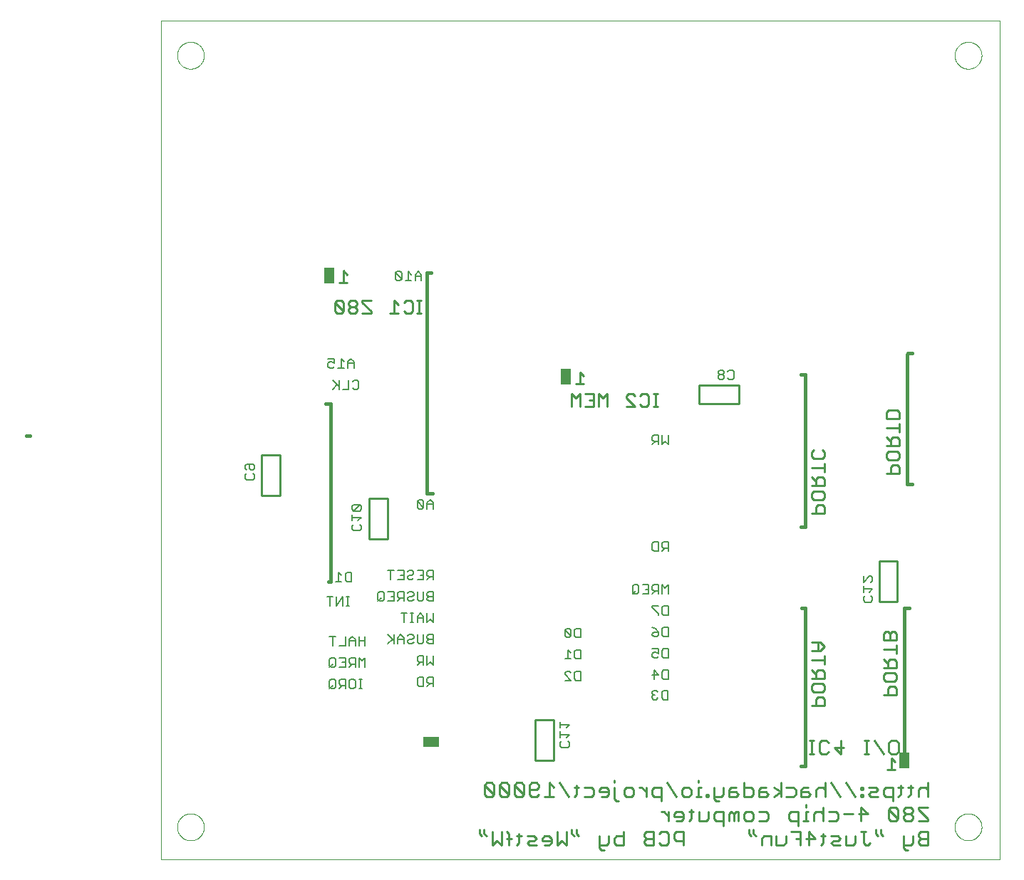
<source format=gbo>
G75*
%MOIN*%
%OFA0B0*%
%FSLAX25Y25*%
%IPPOS*%
%LPD*%
%AMOC8*
5,1,8,0,0,1.08239X$1,22.5*
%
%ADD10C,0.00000*%
%ADD11C,0.00800*%
%ADD12C,0.01100*%
%ADD13C,0.01000*%
%ADD14C,0.00700*%
%ADD15C,0.01575*%
%ADD16C,0.00600*%
%ADD17R,0.05002X0.07502*%
%ADD18R,0.07502X0.05002*%
D10*
X0064972Y0005537D02*
X0064972Y0397988D01*
X0457394Y0397988D01*
X0457394Y0005537D01*
X0064972Y0005537D01*
X0072423Y0020537D02*
X0072425Y0020695D01*
X0072431Y0020853D01*
X0072441Y0021011D01*
X0072455Y0021169D01*
X0072473Y0021326D01*
X0072494Y0021483D01*
X0072520Y0021639D01*
X0072550Y0021795D01*
X0072583Y0021950D01*
X0072621Y0022103D01*
X0072662Y0022256D01*
X0072707Y0022408D01*
X0072756Y0022559D01*
X0072809Y0022708D01*
X0072865Y0022856D01*
X0072925Y0023002D01*
X0072989Y0023147D01*
X0073057Y0023290D01*
X0073128Y0023432D01*
X0073202Y0023572D01*
X0073280Y0023709D01*
X0073362Y0023845D01*
X0073446Y0023979D01*
X0073535Y0024110D01*
X0073626Y0024239D01*
X0073721Y0024366D01*
X0073818Y0024491D01*
X0073919Y0024613D01*
X0074023Y0024732D01*
X0074130Y0024849D01*
X0074240Y0024963D01*
X0074353Y0025074D01*
X0074468Y0025183D01*
X0074586Y0025288D01*
X0074707Y0025390D01*
X0074830Y0025490D01*
X0074956Y0025586D01*
X0075084Y0025679D01*
X0075214Y0025769D01*
X0075347Y0025855D01*
X0075482Y0025939D01*
X0075618Y0026018D01*
X0075757Y0026095D01*
X0075898Y0026167D01*
X0076040Y0026237D01*
X0076184Y0026302D01*
X0076330Y0026364D01*
X0076477Y0026422D01*
X0076626Y0026477D01*
X0076776Y0026528D01*
X0076927Y0026575D01*
X0077079Y0026618D01*
X0077232Y0026657D01*
X0077387Y0026693D01*
X0077542Y0026724D01*
X0077698Y0026752D01*
X0077854Y0026776D01*
X0078011Y0026796D01*
X0078169Y0026812D01*
X0078326Y0026824D01*
X0078485Y0026832D01*
X0078643Y0026836D01*
X0078801Y0026836D01*
X0078959Y0026832D01*
X0079118Y0026824D01*
X0079275Y0026812D01*
X0079433Y0026796D01*
X0079590Y0026776D01*
X0079746Y0026752D01*
X0079902Y0026724D01*
X0080057Y0026693D01*
X0080212Y0026657D01*
X0080365Y0026618D01*
X0080517Y0026575D01*
X0080668Y0026528D01*
X0080818Y0026477D01*
X0080967Y0026422D01*
X0081114Y0026364D01*
X0081260Y0026302D01*
X0081404Y0026237D01*
X0081546Y0026167D01*
X0081687Y0026095D01*
X0081826Y0026018D01*
X0081962Y0025939D01*
X0082097Y0025855D01*
X0082230Y0025769D01*
X0082360Y0025679D01*
X0082488Y0025586D01*
X0082614Y0025490D01*
X0082737Y0025390D01*
X0082858Y0025288D01*
X0082976Y0025183D01*
X0083091Y0025074D01*
X0083204Y0024963D01*
X0083314Y0024849D01*
X0083421Y0024732D01*
X0083525Y0024613D01*
X0083626Y0024491D01*
X0083723Y0024366D01*
X0083818Y0024239D01*
X0083909Y0024110D01*
X0083998Y0023979D01*
X0084082Y0023845D01*
X0084164Y0023709D01*
X0084242Y0023572D01*
X0084316Y0023432D01*
X0084387Y0023290D01*
X0084455Y0023147D01*
X0084519Y0023002D01*
X0084579Y0022856D01*
X0084635Y0022708D01*
X0084688Y0022559D01*
X0084737Y0022408D01*
X0084782Y0022256D01*
X0084823Y0022103D01*
X0084861Y0021950D01*
X0084894Y0021795D01*
X0084924Y0021639D01*
X0084950Y0021483D01*
X0084971Y0021326D01*
X0084989Y0021169D01*
X0085003Y0021011D01*
X0085013Y0020853D01*
X0085019Y0020695D01*
X0085021Y0020537D01*
X0085019Y0020379D01*
X0085013Y0020221D01*
X0085003Y0020063D01*
X0084989Y0019905D01*
X0084971Y0019748D01*
X0084950Y0019591D01*
X0084924Y0019435D01*
X0084894Y0019279D01*
X0084861Y0019124D01*
X0084823Y0018971D01*
X0084782Y0018818D01*
X0084737Y0018666D01*
X0084688Y0018515D01*
X0084635Y0018366D01*
X0084579Y0018218D01*
X0084519Y0018072D01*
X0084455Y0017927D01*
X0084387Y0017784D01*
X0084316Y0017642D01*
X0084242Y0017502D01*
X0084164Y0017365D01*
X0084082Y0017229D01*
X0083998Y0017095D01*
X0083909Y0016964D01*
X0083818Y0016835D01*
X0083723Y0016708D01*
X0083626Y0016583D01*
X0083525Y0016461D01*
X0083421Y0016342D01*
X0083314Y0016225D01*
X0083204Y0016111D01*
X0083091Y0016000D01*
X0082976Y0015891D01*
X0082858Y0015786D01*
X0082737Y0015684D01*
X0082614Y0015584D01*
X0082488Y0015488D01*
X0082360Y0015395D01*
X0082230Y0015305D01*
X0082097Y0015219D01*
X0081962Y0015135D01*
X0081826Y0015056D01*
X0081687Y0014979D01*
X0081546Y0014907D01*
X0081404Y0014837D01*
X0081260Y0014772D01*
X0081114Y0014710D01*
X0080967Y0014652D01*
X0080818Y0014597D01*
X0080668Y0014546D01*
X0080517Y0014499D01*
X0080365Y0014456D01*
X0080212Y0014417D01*
X0080057Y0014381D01*
X0079902Y0014350D01*
X0079746Y0014322D01*
X0079590Y0014298D01*
X0079433Y0014278D01*
X0079275Y0014262D01*
X0079118Y0014250D01*
X0078959Y0014242D01*
X0078801Y0014238D01*
X0078643Y0014238D01*
X0078485Y0014242D01*
X0078326Y0014250D01*
X0078169Y0014262D01*
X0078011Y0014278D01*
X0077854Y0014298D01*
X0077698Y0014322D01*
X0077542Y0014350D01*
X0077387Y0014381D01*
X0077232Y0014417D01*
X0077079Y0014456D01*
X0076927Y0014499D01*
X0076776Y0014546D01*
X0076626Y0014597D01*
X0076477Y0014652D01*
X0076330Y0014710D01*
X0076184Y0014772D01*
X0076040Y0014837D01*
X0075898Y0014907D01*
X0075757Y0014979D01*
X0075618Y0015056D01*
X0075482Y0015135D01*
X0075347Y0015219D01*
X0075214Y0015305D01*
X0075084Y0015395D01*
X0074956Y0015488D01*
X0074830Y0015584D01*
X0074707Y0015684D01*
X0074586Y0015786D01*
X0074468Y0015891D01*
X0074353Y0016000D01*
X0074240Y0016111D01*
X0074130Y0016225D01*
X0074023Y0016342D01*
X0073919Y0016461D01*
X0073818Y0016583D01*
X0073721Y0016708D01*
X0073626Y0016835D01*
X0073535Y0016964D01*
X0073446Y0017095D01*
X0073362Y0017229D01*
X0073280Y0017365D01*
X0073202Y0017502D01*
X0073128Y0017642D01*
X0073057Y0017784D01*
X0072989Y0017927D01*
X0072925Y0018072D01*
X0072865Y0018218D01*
X0072809Y0018366D01*
X0072756Y0018515D01*
X0072707Y0018666D01*
X0072662Y0018818D01*
X0072621Y0018971D01*
X0072583Y0019124D01*
X0072550Y0019279D01*
X0072520Y0019435D01*
X0072494Y0019591D01*
X0072473Y0019748D01*
X0072455Y0019905D01*
X0072441Y0020063D01*
X0072431Y0020221D01*
X0072425Y0020379D01*
X0072423Y0020537D01*
X0436173Y0020537D02*
X0436175Y0020695D01*
X0436181Y0020853D01*
X0436191Y0021011D01*
X0436205Y0021169D01*
X0436223Y0021326D01*
X0436244Y0021483D01*
X0436270Y0021639D01*
X0436300Y0021795D01*
X0436333Y0021950D01*
X0436371Y0022103D01*
X0436412Y0022256D01*
X0436457Y0022408D01*
X0436506Y0022559D01*
X0436559Y0022708D01*
X0436615Y0022856D01*
X0436675Y0023002D01*
X0436739Y0023147D01*
X0436807Y0023290D01*
X0436878Y0023432D01*
X0436952Y0023572D01*
X0437030Y0023709D01*
X0437112Y0023845D01*
X0437196Y0023979D01*
X0437285Y0024110D01*
X0437376Y0024239D01*
X0437471Y0024366D01*
X0437568Y0024491D01*
X0437669Y0024613D01*
X0437773Y0024732D01*
X0437880Y0024849D01*
X0437990Y0024963D01*
X0438103Y0025074D01*
X0438218Y0025183D01*
X0438336Y0025288D01*
X0438457Y0025390D01*
X0438580Y0025490D01*
X0438706Y0025586D01*
X0438834Y0025679D01*
X0438964Y0025769D01*
X0439097Y0025855D01*
X0439232Y0025939D01*
X0439368Y0026018D01*
X0439507Y0026095D01*
X0439648Y0026167D01*
X0439790Y0026237D01*
X0439934Y0026302D01*
X0440080Y0026364D01*
X0440227Y0026422D01*
X0440376Y0026477D01*
X0440526Y0026528D01*
X0440677Y0026575D01*
X0440829Y0026618D01*
X0440982Y0026657D01*
X0441137Y0026693D01*
X0441292Y0026724D01*
X0441448Y0026752D01*
X0441604Y0026776D01*
X0441761Y0026796D01*
X0441919Y0026812D01*
X0442076Y0026824D01*
X0442235Y0026832D01*
X0442393Y0026836D01*
X0442551Y0026836D01*
X0442709Y0026832D01*
X0442868Y0026824D01*
X0443025Y0026812D01*
X0443183Y0026796D01*
X0443340Y0026776D01*
X0443496Y0026752D01*
X0443652Y0026724D01*
X0443807Y0026693D01*
X0443962Y0026657D01*
X0444115Y0026618D01*
X0444267Y0026575D01*
X0444418Y0026528D01*
X0444568Y0026477D01*
X0444717Y0026422D01*
X0444864Y0026364D01*
X0445010Y0026302D01*
X0445154Y0026237D01*
X0445296Y0026167D01*
X0445437Y0026095D01*
X0445576Y0026018D01*
X0445712Y0025939D01*
X0445847Y0025855D01*
X0445980Y0025769D01*
X0446110Y0025679D01*
X0446238Y0025586D01*
X0446364Y0025490D01*
X0446487Y0025390D01*
X0446608Y0025288D01*
X0446726Y0025183D01*
X0446841Y0025074D01*
X0446954Y0024963D01*
X0447064Y0024849D01*
X0447171Y0024732D01*
X0447275Y0024613D01*
X0447376Y0024491D01*
X0447473Y0024366D01*
X0447568Y0024239D01*
X0447659Y0024110D01*
X0447748Y0023979D01*
X0447832Y0023845D01*
X0447914Y0023709D01*
X0447992Y0023572D01*
X0448066Y0023432D01*
X0448137Y0023290D01*
X0448205Y0023147D01*
X0448269Y0023002D01*
X0448329Y0022856D01*
X0448385Y0022708D01*
X0448438Y0022559D01*
X0448487Y0022408D01*
X0448532Y0022256D01*
X0448573Y0022103D01*
X0448611Y0021950D01*
X0448644Y0021795D01*
X0448674Y0021639D01*
X0448700Y0021483D01*
X0448721Y0021326D01*
X0448739Y0021169D01*
X0448753Y0021011D01*
X0448763Y0020853D01*
X0448769Y0020695D01*
X0448771Y0020537D01*
X0448769Y0020379D01*
X0448763Y0020221D01*
X0448753Y0020063D01*
X0448739Y0019905D01*
X0448721Y0019748D01*
X0448700Y0019591D01*
X0448674Y0019435D01*
X0448644Y0019279D01*
X0448611Y0019124D01*
X0448573Y0018971D01*
X0448532Y0018818D01*
X0448487Y0018666D01*
X0448438Y0018515D01*
X0448385Y0018366D01*
X0448329Y0018218D01*
X0448269Y0018072D01*
X0448205Y0017927D01*
X0448137Y0017784D01*
X0448066Y0017642D01*
X0447992Y0017502D01*
X0447914Y0017365D01*
X0447832Y0017229D01*
X0447748Y0017095D01*
X0447659Y0016964D01*
X0447568Y0016835D01*
X0447473Y0016708D01*
X0447376Y0016583D01*
X0447275Y0016461D01*
X0447171Y0016342D01*
X0447064Y0016225D01*
X0446954Y0016111D01*
X0446841Y0016000D01*
X0446726Y0015891D01*
X0446608Y0015786D01*
X0446487Y0015684D01*
X0446364Y0015584D01*
X0446238Y0015488D01*
X0446110Y0015395D01*
X0445980Y0015305D01*
X0445847Y0015219D01*
X0445712Y0015135D01*
X0445576Y0015056D01*
X0445437Y0014979D01*
X0445296Y0014907D01*
X0445154Y0014837D01*
X0445010Y0014772D01*
X0444864Y0014710D01*
X0444717Y0014652D01*
X0444568Y0014597D01*
X0444418Y0014546D01*
X0444267Y0014499D01*
X0444115Y0014456D01*
X0443962Y0014417D01*
X0443807Y0014381D01*
X0443652Y0014350D01*
X0443496Y0014322D01*
X0443340Y0014298D01*
X0443183Y0014278D01*
X0443025Y0014262D01*
X0442868Y0014250D01*
X0442709Y0014242D01*
X0442551Y0014238D01*
X0442393Y0014238D01*
X0442235Y0014242D01*
X0442076Y0014250D01*
X0441919Y0014262D01*
X0441761Y0014278D01*
X0441604Y0014298D01*
X0441448Y0014322D01*
X0441292Y0014350D01*
X0441137Y0014381D01*
X0440982Y0014417D01*
X0440829Y0014456D01*
X0440677Y0014499D01*
X0440526Y0014546D01*
X0440376Y0014597D01*
X0440227Y0014652D01*
X0440080Y0014710D01*
X0439934Y0014772D01*
X0439790Y0014837D01*
X0439648Y0014907D01*
X0439507Y0014979D01*
X0439368Y0015056D01*
X0439232Y0015135D01*
X0439097Y0015219D01*
X0438964Y0015305D01*
X0438834Y0015395D01*
X0438706Y0015488D01*
X0438580Y0015584D01*
X0438457Y0015684D01*
X0438336Y0015786D01*
X0438218Y0015891D01*
X0438103Y0016000D01*
X0437990Y0016111D01*
X0437880Y0016225D01*
X0437773Y0016342D01*
X0437669Y0016461D01*
X0437568Y0016583D01*
X0437471Y0016708D01*
X0437376Y0016835D01*
X0437285Y0016964D01*
X0437196Y0017095D01*
X0437112Y0017229D01*
X0437030Y0017365D01*
X0436952Y0017502D01*
X0436878Y0017642D01*
X0436807Y0017784D01*
X0436739Y0017927D01*
X0436675Y0018072D01*
X0436615Y0018218D01*
X0436559Y0018366D01*
X0436506Y0018515D01*
X0436457Y0018666D01*
X0436412Y0018818D01*
X0436371Y0018971D01*
X0436333Y0019124D01*
X0436300Y0019279D01*
X0436270Y0019435D01*
X0436244Y0019591D01*
X0436223Y0019748D01*
X0436205Y0019905D01*
X0436191Y0020063D01*
X0436181Y0020221D01*
X0436175Y0020379D01*
X0436173Y0020537D01*
X0436173Y0381787D02*
X0436175Y0381945D01*
X0436181Y0382103D01*
X0436191Y0382261D01*
X0436205Y0382419D01*
X0436223Y0382576D01*
X0436244Y0382733D01*
X0436270Y0382889D01*
X0436300Y0383045D01*
X0436333Y0383200D01*
X0436371Y0383353D01*
X0436412Y0383506D01*
X0436457Y0383658D01*
X0436506Y0383809D01*
X0436559Y0383958D01*
X0436615Y0384106D01*
X0436675Y0384252D01*
X0436739Y0384397D01*
X0436807Y0384540D01*
X0436878Y0384682D01*
X0436952Y0384822D01*
X0437030Y0384959D01*
X0437112Y0385095D01*
X0437196Y0385229D01*
X0437285Y0385360D01*
X0437376Y0385489D01*
X0437471Y0385616D01*
X0437568Y0385741D01*
X0437669Y0385863D01*
X0437773Y0385982D01*
X0437880Y0386099D01*
X0437990Y0386213D01*
X0438103Y0386324D01*
X0438218Y0386433D01*
X0438336Y0386538D01*
X0438457Y0386640D01*
X0438580Y0386740D01*
X0438706Y0386836D01*
X0438834Y0386929D01*
X0438964Y0387019D01*
X0439097Y0387105D01*
X0439232Y0387189D01*
X0439368Y0387268D01*
X0439507Y0387345D01*
X0439648Y0387417D01*
X0439790Y0387487D01*
X0439934Y0387552D01*
X0440080Y0387614D01*
X0440227Y0387672D01*
X0440376Y0387727D01*
X0440526Y0387778D01*
X0440677Y0387825D01*
X0440829Y0387868D01*
X0440982Y0387907D01*
X0441137Y0387943D01*
X0441292Y0387974D01*
X0441448Y0388002D01*
X0441604Y0388026D01*
X0441761Y0388046D01*
X0441919Y0388062D01*
X0442076Y0388074D01*
X0442235Y0388082D01*
X0442393Y0388086D01*
X0442551Y0388086D01*
X0442709Y0388082D01*
X0442868Y0388074D01*
X0443025Y0388062D01*
X0443183Y0388046D01*
X0443340Y0388026D01*
X0443496Y0388002D01*
X0443652Y0387974D01*
X0443807Y0387943D01*
X0443962Y0387907D01*
X0444115Y0387868D01*
X0444267Y0387825D01*
X0444418Y0387778D01*
X0444568Y0387727D01*
X0444717Y0387672D01*
X0444864Y0387614D01*
X0445010Y0387552D01*
X0445154Y0387487D01*
X0445296Y0387417D01*
X0445437Y0387345D01*
X0445576Y0387268D01*
X0445712Y0387189D01*
X0445847Y0387105D01*
X0445980Y0387019D01*
X0446110Y0386929D01*
X0446238Y0386836D01*
X0446364Y0386740D01*
X0446487Y0386640D01*
X0446608Y0386538D01*
X0446726Y0386433D01*
X0446841Y0386324D01*
X0446954Y0386213D01*
X0447064Y0386099D01*
X0447171Y0385982D01*
X0447275Y0385863D01*
X0447376Y0385741D01*
X0447473Y0385616D01*
X0447568Y0385489D01*
X0447659Y0385360D01*
X0447748Y0385229D01*
X0447832Y0385095D01*
X0447914Y0384959D01*
X0447992Y0384822D01*
X0448066Y0384682D01*
X0448137Y0384540D01*
X0448205Y0384397D01*
X0448269Y0384252D01*
X0448329Y0384106D01*
X0448385Y0383958D01*
X0448438Y0383809D01*
X0448487Y0383658D01*
X0448532Y0383506D01*
X0448573Y0383353D01*
X0448611Y0383200D01*
X0448644Y0383045D01*
X0448674Y0382889D01*
X0448700Y0382733D01*
X0448721Y0382576D01*
X0448739Y0382419D01*
X0448753Y0382261D01*
X0448763Y0382103D01*
X0448769Y0381945D01*
X0448771Y0381787D01*
X0448769Y0381629D01*
X0448763Y0381471D01*
X0448753Y0381313D01*
X0448739Y0381155D01*
X0448721Y0380998D01*
X0448700Y0380841D01*
X0448674Y0380685D01*
X0448644Y0380529D01*
X0448611Y0380374D01*
X0448573Y0380221D01*
X0448532Y0380068D01*
X0448487Y0379916D01*
X0448438Y0379765D01*
X0448385Y0379616D01*
X0448329Y0379468D01*
X0448269Y0379322D01*
X0448205Y0379177D01*
X0448137Y0379034D01*
X0448066Y0378892D01*
X0447992Y0378752D01*
X0447914Y0378615D01*
X0447832Y0378479D01*
X0447748Y0378345D01*
X0447659Y0378214D01*
X0447568Y0378085D01*
X0447473Y0377958D01*
X0447376Y0377833D01*
X0447275Y0377711D01*
X0447171Y0377592D01*
X0447064Y0377475D01*
X0446954Y0377361D01*
X0446841Y0377250D01*
X0446726Y0377141D01*
X0446608Y0377036D01*
X0446487Y0376934D01*
X0446364Y0376834D01*
X0446238Y0376738D01*
X0446110Y0376645D01*
X0445980Y0376555D01*
X0445847Y0376469D01*
X0445712Y0376385D01*
X0445576Y0376306D01*
X0445437Y0376229D01*
X0445296Y0376157D01*
X0445154Y0376087D01*
X0445010Y0376022D01*
X0444864Y0375960D01*
X0444717Y0375902D01*
X0444568Y0375847D01*
X0444418Y0375796D01*
X0444267Y0375749D01*
X0444115Y0375706D01*
X0443962Y0375667D01*
X0443807Y0375631D01*
X0443652Y0375600D01*
X0443496Y0375572D01*
X0443340Y0375548D01*
X0443183Y0375528D01*
X0443025Y0375512D01*
X0442868Y0375500D01*
X0442709Y0375492D01*
X0442551Y0375488D01*
X0442393Y0375488D01*
X0442235Y0375492D01*
X0442076Y0375500D01*
X0441919Y0375512D01*
X0441761Y0375528D01*
X0441604Y0375548D01*
X0441448Y0375572D01*
X0441292Y0375600D01*
X0441137Y0375631D01*
X0440982Y0375667D01*
X0440829Y0375706D01*
X0440677Y0375749D01*
X0440526Y0375796D01*
X0440376Y0375847D01*
X0440227Y0375902D01*
X0440080Y0375960D01*
X0439934Y0376022D01*
X0439790Y0376087D01*
X0439648Y0376157D01*
X0439507Y0376229D01*
X0439368Y0376306D01*
X0439232Y0376385D01*
X0439097Y0376469D01*
X0438964Y0376555D01*
X0438834Y0376645D01*
X0438706Y0376738D01*
X0438580Y0376834D01*
X0438457Y0376934D01*
X0438336Y0377036D01*
X0438218Y0377141D01*
X0438103Y0377250D01*
X0437990Y0377361D01*
X0437880Y0377475D01*
X0437773Y0377592D01*
X0437669Y0377711D01*
X0437568Y0377833D01*
X0437471Y0377958D01*
X0437376Y0378085D01*
X0437285Y0378214D01*
X0437196Y0378345D01*
X0437112Y0378479D01*
X0437030Y0378615D01*
X0436952Y0378752D01*
X0436878Y0378892D01*
X0436807Y0379034D01*
X0436739Y0379177D01*
X0436675Y0379322D01*
X0436615Y0379468D01*
X0436559Y0379616D01*
X0436506Y0379765D01*
X0436457Y0379916D01*
X0436412Y0380068D01*
X0436371Y0380221D01*
X0436333Y0380374D01*
X0436300Y0380529D01*
X0436270Y0380685D01*
X0436244Y0380841D01*
X0436223Y0380998D01*
X0436205Y0381155D01*
X0436191Y0381313D01*
X0436181Y0381471D01*
X0436175Y0381629D01*
X0436173Y0381787D01*
X0072423Y0381787D02*
X0072425Y0381945D01*
X0072431Y0382103D01*
X0072441Y0382261D01*
X0072455Y0382419D01*
X0072473Y0382576D01*
X0072494Y0382733D01*
X0072520Y0382889D01*
X0072550Y0383045D01*
X0072583Y0383200D01*
X0072621Y0383353D01*
X0072662Y0383506D01*
X0072707Y0383658D01*
X0072756Y0383809D01*
X0072809Y0383958D01*
X0072865Y0384106D01*
X0072925Y0384252D01*
X0072989Y0384397D01*
X0073057Y0384540D01*
X0073128Y0384682D01*
X0073202Y0384822D01*
X0073280Y0384959D01*
X0073362Y0385095D01*
X0073446Y0385229D01*
X0073535Y0385360D01*
X0073626Y0385489D01*
X0073721Y0385616D01*
X0073818Y0385741D01*
X0073919Y0385863D01*
X0074023Y0385982D01*
X0074130Y0386099D01*
X0074240Y0386213D01*
X0074353Y0386324D01*
X0074468Y0386433D01*
X0074586Y0386538D01*
X0074707Y0386640D01*
X0074830Y0386740D01*
X0074956Y0386836D01*
X0075084Y0386929D01*
X0075214Y0387019D01*
X0075347Y0387105D01*
X0075482Y0387189D01*
X0075618Y0387268D01*
X0075757Y0387345D01*
X0075898Y0387417D01*
X0076040Y0387487D01*
X0076184Y0387552D01*
X0076330Y0387614D01*
X0076477Y0387672D01*
X0076626Y0387727D01*
X0076776Y0387778D01*
X0076927Y0387825D01*
X0077079Y0387868D01*
X0077232Y0387907D01*
X0077387Y0387943D01*
X0077542Y0387974D01*
X0077698Y0388002D01*
X0077854Y0388026D01*
X0078011Y0388046D01*
X0078169Y0388062D01*
X0078326Y0388074D01*
X0078485Y0388082D01*
X0078643Y0388086D01*
X0078801Y0388086D01*
X0078959Y0388082D01*
X0079118Y0388074D01*
X0079275Y0388062D01*
X0079433Y0388046D01*
X0079590Y0388026D01*
X0079746Y0388002D01*
X0079902Y0387974D01*
X0080057Y0387943D01*
X0080212Y0387907D01*
X0080365Y0387868D01*
X0080517Y0387825D01*
X0080668Y0387778D01*
X0080818Y0387727D01*
X0080967Y0387672D01*
X0081114Y0387614D01*
X0081260Y0387552D01*
X0081404Y0387487D01*
X0081546Y0387417D01*
X0081687Y0387345D01*
X0081826Y0387268D01*
X0081962Y0387189D01*
X0082097Y0387105D01*
X0082230Y0387019D01*
X0082360Y0386929D01*
X0082488Y0386836D01*
X0082614Y0386740D01*
X0082737Y0386640D01*
X0082858Y0386538D01*
X0082976Y0386433D01*
X0083091Y0386324D01*
X0083204Y0386213D01*
X0083314Y0386099D01*
X0083421Y0385982D01*
X0083525Y0385863D01*
X0083626Y0385741D01*
X0083723Y0385616D01*
X0083818Y0385489D01*
X0083909Y0385360D01*
X0083998Y0385229D01*
X0084082Y0385095D01*
X0084164Y0384959D01*
X0084242Y0384822D01*
X0084316Y0384682D01*
X0084387Y0384540D01*
X0084455Y0384397D01*
X0084519Y0384252D01*
X0084579Y0384106D01*
X0084635Y0383958D01*
X0084688Y0383809D01*
X0084737Y0383658D01*
X0084782Y0383506D01*
X0084823Y0383353D01*
X0084861Y0383200D01*
X0084894Y0383045D01*
X0084924Y0382889D01*
X0084950Y0382733D01*
X0084971Y0382576D01*
X0084989Y0382419D01*
X0085003Y0382261D01*
X0085013Y0382103D01*
X0085019Y0381945D01*
X0085021Y0381787D01*
X0085019Y0381629D01*
X0085013Y0381471D01*
X0085003Y0381313D01*
X0084989Y0381155D01*
X0084971Y0380998D01*
X0084950Y0380841D01*
X0084924Y0380685D01*
X0084894Y0380529D01*
X0084861Y0380374D01*
X0084823Y0380221D01*
X0084782Y0380068D01*
X0084737Y0379916D01*
X0084688Y0379765D01*
X0084635Y0379616D01*
X0084579Y0379468D01*
X0084519Y0379322D01*
X0084455Y0379177D01*
X0084387Y0379034D01*
X0084316Y0378892D01*
X0084242Y0378752D01*
X0084164Y0378615D01*
X0084082Y0378479D01*
X0083998Y0378345D01*
X0083909Y0378214D01*
X0083818Y0378085D01*
X0083723Y0377958D01*
X0083626Y0377833D01*
X0083525Y0377711D01*
X0083421Y0377592D01*
X0083314Y0377475D01*
X0083204Y0377361D01*
X0083091Y0377250D01*
X0082976Y0377141D01*
X0082858Y0377036D01*
X0082737Y0376934D01*
X0082614Y0376834D01*
X0082488Y0376738D01*
X0082360Y0376645D01*
X0082230Y0376555D01*
X0082097Y0376469D01*
X0081962Y0376385D01*
X0081826Y0376306D01*
X0081687Y0376229D01*
X0081546Y0376157D01*
X0081404Y0376087D01*
X0081260Y0376022D01*
X0081114Y0375960D01*
X0080967Y0375902D01*
X0080818Y0375847D01*
X0080668Y0375796D01*
X0080517Y0375749D01*
X0080365Y0375706D01*
X0080212Y0375667D01*
X0080057Y0375631D01*
X0079902Y0375600D01*
X0079746Y0375572D01*
X0079590Y0375548D01*
X0079433Y0375528D01*
X0079275Y0375512D01*
X0079118Y0375500D01*
X0078959Y0375492D01*
X0078801Y0375488D01*
X0078643Y0375488D01*
X0078485Y0375492D01*
X0078326Y0375500D01*
X0078169Y0375512D01*
X0078011Y0375528D01*
X0077854Y0375548D01*
X0077698Y0375572D01*
X0077542Y0375600D01*
X0077387Y0375631D01*
X0077232Y0375667D01*
X0077079Y0375706D01*
X0076927Y0375749D01*
X0076776Y0375796D01*
X0076626Y0375847D01*
X0076477Y0375902D01*
X0076330Y0375960D01*
X0076184Y0376022D01*
X0076040Y0376087D01*
X0075898Y0376157D01*
X0075757Y0376229D01*
X0075618Y0376306D01*
X0075482Y0376385D01*
X0075347Y0376469D01*
X0075214Y0376555D01*
X0075084Y0376645D01*
X0074956Y0376738D01*
X0074830Y0376834D01*
X0074707Y0376934D01*
X0074586Y0377036D01*
X0074468Y0377141D01*
X0074353Y0377250D01*
X0074240Y0377361D01*
X0074130Y0377475D01*
X0074023Y0377592D01*
X0073919Y0377711D01*
X0073818Y0377833D01*
X0073721Y0377958D01*
X0073626Y0378085D01*
X0073535Y0378214D01*
X0073446Y0378345D01*
X0073362Y0378479D01*
X0073280Y0378615D01*
X0073202Y0378752D01*
X0073128Y0378892D01*
X0073057Y0379034D01*
X0072989Y0379177D01*
X0072925Y0379322D01*
X0072865Y0379468D01*
X0072809Y0379616D01*
X0072756Y0379765D01*
X0072707Y0379916D01*
X0072662Y0380068D01*
X0072621Y0380221D01*
X0072583Y0380374D01*
X0072550Y0380529D01*
X0072520Y0380685D01*
X0072494Y0380841D01*
X0072473Y0380998D01*
X0072455Y0381155D01*
X0072441Y0381313D01*
X0072431Y0381471D01*
X0072425Y0381629D01*
X0072423Y0381787D01*
D11*
X0294743Y0203252D02*
X0294743Y0201851D01*
X0295443Y0201151D01*
X0297545Y0201151D01*
X0296144Y0201151D02*
X0294743Y0199749D01*
X0297545Y0199749D02*
X0297545Y0203953D01*
X0295443Y0203953D01*
X0294743Y0203252D01*
X0299347Y0203953D02*
X0299347Y0199749D01*
X0300748Y0201151D01*
X0302149Y0199749D01*
X0302149Y0203953D01*
X0302149Y0153937D02*
X0300047Y0153937D01*
X0299347Y0153236D01*
X0299347Y0151835D01*
X0300047Y0151135D01*
X0302149Y0151135D01*
X0300748Y0151135D02*
X0299347Y0149733D01*
X0297545Y0149733D02*
X0295443Y0149733D01*
X0294743Y0150434D01*
X0294743Y0153236D01*
X0295443Y0153937D01*
X0297545Y0153937D01*
X0297545Y0149733D01*
X0302149Y0149733D02*
X0302149Y0153937D01*
X0302149Y0133931D02*
X0300748Y0132529D01*
X0299347Y0133931D01*
X0299347Y0129727D01*
X0297545Y0129727D02*
X0297545Y0133931D01*
X0295443Y0133931D01*
X0294743Y0133230D01*
X0294743Y0131829D01*
X0295443Y0131128D01*
X0297545Y0131128D01*
X0296144Y0131128D02*
X0294743Y0129727D01*
X0292941Y0129727D02*
X0290139Y0129727D01*
X0288337Y0130428D02*
X0287637Y0129727D01*
X0286236Y0129727D01*
X0285535Y0130428D01*
X0285535Y0133230D01*
X0286236Y0133931D01*
X0287637Y0133931D01*
X0288337Y0133230D01*
X0288337Y0130428D01*
X0286936Y0131128D02*
X0285535Y0129727D01*
X0290139Y0133931D02*
X0292941Y0133931D01*
X0292941Y0129727D01*
X0292941Y0131829D02*
X0291540Y0131829D01*
X0294743Y0123927D02*
X0294743Y0123227D01*
X0297545Y0120424D01*
X0297545Y0119724D01*
X0299347Y0120424D02*
X0300047Y0119724D01*
X0302149Y0119724D01*
X0302149Y0123927D01*
X0300047Y0123927D01*
X0299347Y0123227D01*
X0299347Y0120424D01*
X0297545Y0123927D02*
X0294743Y0123927D01*
X0302149Y0129727D02*
X0302149Y0133931D01*
X0302149Y0113924D02*
X0300047Y0113924D01*
X0299347Y0113224D01*
X0299347Y0110421D01*
X0300047Y0109721D01*
X0302149Y0109721D01*
X0302149Y0113924D01*
X0297545Y0111822D02*
X0297545Y0110421D01*
X0296845Y0109721D01*
X0295443Y0109721D01*
X0294743Y0110421D01*
X0294743Y0111122D01*
X0295443Y0111822D01*
X0297545Y0111822D01*
X0296144Y0113224D01*
X0294743Y0113924D01*
X0294743Y0103921D02*
X0297545Y0103921D01*
X0297545Y0101819D01*
X0296144Y0102520D01*
X0295443Y0102520D01*
X0294743Y0101819D01*
X0294743Y0100418D01*
X0295443Y0099717D01*
X0296845Y0099717D01*
X0297545Y0100418D01*
X0299347Y0100418D02*
X0299347Y0103220D01*
X0300047Y0103921D01*
X0302149Y0103921D01*
X0302149Y0099717D01*
X0300047Y0099717D01*
X0299347Y0100418D01*
X0300047Y0093918D02*
X0302149Y0093918D01*
X0302149Y0089714D01*
X0300047Y0089714D01*
X0299347Y0090415D01*
X0299347Y0093217D01*
X0300047Y0093918D01*
X0297545Y0091816D02*
X0294743Y0091816D01*
X0295443Y0093918D02*
X0297545Y0091816D01*
X0295443Y0089714D02*
X0295443Y0093918D01*
X0295280Y0084425D02*
X0294579Y0083724D01*
X0294579Y0083023D01*
X0295280Y0082323D01*
X0294579Y0081622D01*
X0294579Y0080922D01*
X0295280Y0080221D01*
X0296681Y0080221D01*
X0297382Y0080922D01*
X0299183Y0080922D02*
X0299183Y0083724D01*
X0299884Y0084425D01*
X0301986Y0084425D01*
X0301986Y0080221D01*
X0299884Y0080221D01*
X0299183Y0080922D01*
X0297382Y0083724D02*
X0296681Y0084425D01*
X0295280Y0084425D01*
X0295280Y0082323D02*
X0295980Y0082323D01*
X0261177Y0089219D02*
X0259076Y0089219D01*
X0258375Y0089919D01*
X0258375Y0092721D01*
X0259076Y0093422D01*
X0261177Y0093422D01*
X0261177Y0089219D01*
X0256573Y0089219D02*
X0253771Y0092021D01*
X0253771Y0092721D01*
X0254472Y0093422D01*
X0255873Y0093422D01*
X0256573Y0092721D01*
X0256573Y0089219D02*
X0253771Y0089219D01*
X0253771Y0099231D02*
X0256573Y0099231D01*
X0255172Y0099231D02*
X0255172Y0103435D01*
X0256573Y0102034D01*
X0258375Y0102734D02*
X0259076Y0103435D01*
X0261177Y0103435D01*
X0261177Y0099231D01*
X0259076Y0099231D01*
X0258375Y0099932D01*
X0258375Y0102734D01*
X0259076Y0109231D02*
X0258375Y0109932D01*
X0258375Y0112734D01*
X0259076Y0113435D01*
X0261177Y0113435D01*
X0261177Y0109231D01*
X0259076Y0109231D01*
X0256573Y0109932D02*
X0253771Y0112734D01*
X0253771Y0109932D01*
X0254472Y0109231D01*
X0255873Y0109231D01*
X0256573Y0109932D01*
X0256573Y0112734D01*
X0255873Y0113435D01*
X0254472Y0113435D01*
X0253771Y0112734D01*
D12*
X0276776Y0042327D02*
X0276776Y0041243D01*
X0276776Y0039074D02*
X0276776Y0033653D01*
X0277861Y0032569D01*
X0278945Y0032569D01*
X0281606Y0035822D02*
X0281606Y0037990D01*
X0282690Y0039074D01*
X0284859Y0039074D01*
X0285943Y0037990D01*
X0285943Y0035822D01*
X0284859Y0034737D01*
X0282690Y0034737D01*
X0281606Y0035822D01*
X0288522Y0039074D02*
X0289606Y0039074D01*
X0291774Y0036906D01*
X0291774Y0039074D02*
X0291774Y0034737D01*
X0294435Y0035822D02*
X0295520Y0034737D01*
X0298772Y0034737D01*
X0298772Y0032569D02*
X0298772Y0039074D01*
X0295520Y0039074D01*
X0294435Y0037990D01*
X0294435Y0035822D01*
X0301433Y0041243D02*
X0305770Y0034737D01*
X0308431Y0035822D02*
X0308431Y0037990D01*
X0309516Y0039074D01*
X0311684Y0039074D01*
X0312768Y0037990D01*
X0312768Y0035822D01*
X0311684Y0034737D01*
X0309516Y0034737D01*
X0308431Y0035822D01*
X0315265Y0034737D02*
X0317434Y0034737D01*
X0316349Y0034737D02*
X0316349Y0039074D01*
X0317434Y0039074D01*
X0316349Y0041243D02*
X0316349Y0042327D01*
X0323594Y0039074D02*
X0323594Y0033653D01*
X0324678Y0032569D01*
X0325762Y0032569D01*
X0326846Y0034737D02*
X0323594Y0034737D01*
X0320933Y0034737D02*
X0319848Y0034737D01*
X0319848Y0035822D01*
X0320933Y0035822D01*
X0320933Y0034737D01*
X0326846Y0034737D02*
X0327931Y0035822D01*
X0327931Y0039074D01*
X0330592Y0037990D02*
X0330592Y0034737D01*
X0333844Y0034737D01*
X0334929Y0035822D01*
X0333844Y0036906D01*
X0330592Y0036906D01*
X0330592Y0037990D02*
X0331676Y0039074D01*
X0333844Y0039074D01*
X0337589Y0039074D02*
X0340842Y0039074D01*
X0341927Y0037990D01*
X0341927Y0035822D01*
X0340842Y0034737D01*
X0337589Y0034737D01*
X0337589Y0041243D01*
X0344587Y0037990D02*
X0344587Y0034737D01*
X0347840Y0034737D01*
X0348924Y0035822D01*
X0347840Y0036906D01*
X0344587Y0036906D01*
X0344587Y0037990D02*
X0345672Y0039074D01*
X0347840Y0039074D01*
X0351503Y0039074D02*
X0354756Y0036906D01*
X0351503Y0034737D01*
X0354756Y0034737D02*
X0354756Y0041243D01*
X0357417Y0039074D02*
X0360670Y0039074D01*
X0361754Y0037990D01*
X0361754Y0035822D01*
X0360670Y0034737D01*
X0357417Y0034737D01*
X0364415Y0034737D02*
X0367668Y0034737D01*
X0368752Y0035822D01*
X0367668Y0036906D01*
X0364415Y0036906D01*
X0364415Y0037990D02*
X0364415Y0034737D01*
X0364415Y0037990D02*
X0365499Y0039074D01*
X0367668Y0039074D01*
X0371413Y0037990D02*
X0371413Y0034737D01*
X0371413Y0037990D02*
X0372497Y0039074D01*
X0374666Y0039074D01*
X0375750Y0037990D01*
X0375750Y0041243D02*
X0375750Y0034737D01*
X0374584Y0029843D02*
X0374584Y0023337D01*
X0377245Y0023337D02*
X0380497Y0023337D01*
X0381582Y0024422D01*
X0381582Y0026590D01*
X0380497Y0027674D01*
X0377245Y0027674D01*
X0374584Y0026590D02*
X0373499Y0027674D01*
X0371331Y0027674D01*
X0370247Y0026590D01*
X0370247Y0023337D01*
X0367586Y0023337D02*
X0365417Y0023337D01*
X0366501Y0023337D02*
X0366501Y0027674D01*
X0367586Y0027674D01*
X0366501Y0029843D02*
X0366501Y0030927D01*
X0362920Y0027674D02*
X0359668Y0027674D01*
X0358583Y0026590D01*
X0358583Y0024422D01*
X0359668Y0023337D01*
X0362920Y0023337D01*
X0362920Y0021169D02*
X0362920Y0027674D01*
X0364087Y0018443D02*
X0359750Y0018443D01*
X0357089Y0016274D02*
X0357089Y0013022D01*
X0356005Y0011937D01*
X0352752Y0011937D01*
X0352752Y0016274D01*
X0350091Y0016274D02*
X0346838Y0016274D01*
X0345754Y0015190D01*
X0345754Y0011937D01*
X0350091Y0011937D02*
X0350091Y0016274D01*
X0343093Y0016274D02*
X0342009Y0017359D01*
X0342009Y0019527D01*
X0339840Y0019527D02*
X0339840Y0017359D01*
X0340924Y0016274D01*
X0340842Y0023337D02*
X0338674Y0023337D01*
X0337589Y0024422D01*
X0337589Y0026590D01*
X0338674Y0027674D01*
X0340842Y0027674D01*
X0341927Y0026590D01*
X0341927Y0024422D01*
X0340842Y0023337D01*
X0344587Y0023337D02*
X0347840Y0023337D01*
X0348924Y0024422D01*
X0348924Y0026590D01*
X0347840Y0027674D01*
X0344587Y0027674D01*
X0334929Y0027674D02*
X0334929Y0023337D01*
X0332760Y0023337D02*
X0332760Y0026590D01*
X0331676Y0027674D01*
X0330592Y0026590D01*
X0330592Y0023337D01*
X0327931Y0023337D02*
X0324678Y0023337D01*
X0323594Y0024422D01*
X0323594Y0026590D01*
X0324678Y0027674D01*
X0327931Y0027674D01*
X0327931Y0021169D01*
X0332760Y0026590D02*
X0333844Y0027674D01*
X0334929Y0027674D01*
X0320933Y0027674D02*
X0320933Y0024422D01*
X0319848Y0023337D01*
X0316596Y0023337D01*
X0316596Y0027674D01*
X0313935Y0027674D02*
X0311766Y0027674D01*
X0312850Y0028759D02*
X0312850Y0024422D01*
X0311766Y0023337D01*
X0309269Y0024422D02*
X0309269Y0026590D01*
X0308185Y0027674D01*
X0306017Y0027674D01*
X0304932Y0026590D01*
X0304932Y0025506D01*
X0309269Y0025506D01*
X0309269Y0024422D02*
X0308185Y0023337D01*
X0306017Y0023337D01*
X0302271Y0023337D02*
X0302271Y0027674D01*
X0302271Y0025506D02*
X0300103Y0027674D01*
X0299019Y0027674D01*
X0299019Y0018443D02*
X0301187Y0018443D01*
X0302271Y0017359D01*
X0302271Y0013022D01*
X0301187Y0011937D01*
X0299019Y0011937D01*
X0297934Y0013022D01*
X0295273Y0011937D02*
X0292021Y0011937D01*
X0290936Y0013022D01*
X0290936Y0014106D01*
X0292021Y0015190D01*
X0295273Y0015190D01*
X0292021Y0015190D02*
X0290936Y0016274D01*
X0290936Y0017359D01*
X0292021Y0018443D01*
X0295273Y0018443D01*
X0295273Y0011937D01*
X0297934Y0017359D02*
X0299019Y0018443D01*
X0304932Y0017359D02*
X0304932Y0015190D01*
X0306017Y0014106D01*
X0309269Y0014106D01*
X0309269Y0011937D02*
X0309269Y0018443D01*
X0306017Y0018443D01*
X0304932Y0017359D01*
X0281277Y0018443D02*
X0281277Y0011937D01*
X0278025Y0011937D01*
X0276940Y0013022D01*
X0276940Y0015190D01*
X0278025Y0016274D01*
X0281277Y0016274D01*
X0274279Y0016274D02*
X0274279Y0013022D01*
X0273195Y0011937D01*
X0269942Y0011937D01*
X0269942Y0010853D02*
X0271027Y0009769D01*
X0272111Y0009769D01*
X0269942Y0010853D02*
X0269942Y0016274D01*
X0260284Y0016274D02*
X0259199Y0017359D01*
X0259199Y0019527D01*
X0257031Y0019527D02*
X0257031Y0017359D01*
X0258115Y0016274D01*
X0254452Y0018443D02*
X0254452Y0011937D01*
X0252283Y0014106D01*
X0250115Y0011937D01*
X0250115Y0018443D01*
X0247454Y0015190D02*
X0246370Y0016274D01*
X0244201Y0016274D01*
X0243117Y0015190D01*
X0243117Y0014106D01*
X0247454Y0014106D01*
X0247454Y0013022D02*
X0247454Y0015190D01*
X0247454Y0013022D02*
X0246370Y0011937D01*
X0244201Y0011937D01*
X0240456Y0011937D02*
X0237203Y0011937D01*
X0236119Y0013022D01*
X0237203Y0014106D01*
X0239372Y0014106D01*
X0240456Y0015190D01*
X0239372Y0016274D01*
X0236119Y0016274D01*
X0233458Y0016274D02*
X0231289Y0016274D01*
X0232374Y0017359D02*
X0232374Y0013022D01*
X0231289Y0011937D01*
X0227708Y0011937D02*
X0227708Y0017359D01*
X0226624Y0018443D01*
X0224127Y0018443D02*
X0224127Y0011937D01*
X0221959Y0014106D01*
X0219790Y0011937D01*
X0219790Y0018443D01*
X0217129Y0016274D02*
X0216045Y0017359D01*
X0216045Y0019527D01*
X0213877Y0019527D02*
X0213877Y0017359D01*
X0214961Y0016274D01*
X0226624Y0015190D02*
X0228793Y0015190D01*
X0226542Y0034737D02*
X0227626Y0035822D01*
X0223289Y0040159D01*
X0223289Y0035822D01*
X0224374Y0034737D01*
X0226542Y0034737D01*
X0227626Y0035822D02*
X0227626Y0040159D01*
X0226542Y0041243D01*
X0224374Y0041243D01*
X0223289Y0040159D01*
X0220628Y0040159D02*
X0219544Y0041243D01*
X0217376Y0041243D01*
X0216291Y0040159D01*
X0220628Y0035822D01*
X0219544Y0034737D01*
X0217376Y0034737D01*
X0216291Y0035822D01*
X0216291Y0040159D01*
X0220628Y0040159D02*
X0220628Y0035822D01*
X0230287Y0035822D02*
X0231372Y0034737D01*
X0233540Y0034737D01*
X0234624Y0035822D01*
X0230287Y0040159D01*
X0230287Y0035822D01*
X0230287Y0040159D02*
X0231372Y0041243D01*
X0233540Y0041243D01*
X0234624Y0040159D01*
X0234624Y0035822D01*
X0237285Y0035822D02*
X0237285Y0040159D01*
X0238370Y0041243D01*
X0240538Y0041243D01*
X0241622Y0040159D01*
X0241622Y0039074D01*
X0240538Y0037990D01*
X0237285Y0037990D01*
X0237285Y0035822D02*
X0238370Y0034737D01*
X0240538Y0034737D01*
X0241622Y0035822D01*
X0244283Y0034737D02*
X0248620Y0034737D01*
X0246452Y0034737D02*
X0246452Y0041243D01*
X0248620Y0039074D01*
X0251281Y0041243D02*
X0255618Y0034737D01*
X0258115Y0034737D02*
X0259199Y0035822D01*
X0259199Y0040159D01*
X0258115Y0039074D02*
X0260284Y0039074D01*
X0262944Y0039074D02*
X0266197Y0039074D01*
X0267281Y0037990D01*
X0267281Y0035822D01*
X0266197Y0034737D01*
X0262944Y0034737D01*
X0269942Y0036906D02*
X0269942Y0037990D01*
X0271027Y0039074D01*
X0273195Y0039074D01*
X0274279Y0037990D01*
X0274279Y0035822D01*
X0273195Y0034737D01*
X0271027Y0034737D01*
X0269942Y0036906D02*
X0274279Y0036906D01*
X0361918Y0015190D02*
X0364087Y0015190D01*
X0366748Y0015190D02*
X0371085Y0015190D01*
X0367832Y0018443D01*
X0367832Y0011937D01*
X0364087Y0011937D02*
X0364087Y0018443D01*
X0373582Y0016274D02*
X0375750Y0016274D01*
X0374666Y0017359D02*
X0374666Y0013022D01*
X0373582Y0011937D01*
X0378411Y0013022D02*
X0379495Y0014106D01*
X0381664Y0014106D01*
X0382748Y0015190D01*
X0381664Y0016274D01*
X0378411Y0016274D01*
X0378411Y0013022D02*
X0379495Y0011937D01*
X0382748Y0011937D01*
X0385409Y0011937D02*
X0385409Y0016274D01*
X0385409Y0011937D02*
X0388662Y0011937D01*
X0389746Y0013022D01*
X0389746Y0016274D01*
X0392407Y0018443D02*
X0394575Y0018443D01*
X0393491Y0018443D02*
X0393491Y0013022D01*
X0394575Y0011937D01*
X0395660Y0011937D01*
X0396744Y0013022D01*
X0400407Y0016274D02*
X0399323Y0017359D01*
X0399323Y0019527D01*
X0401491Y0019527D02*
X0401491Y0017359D01*
X0402576Y0016274D01*
X0406321Y0023337D02*
X0408489Y0023337D01*
X0409574Y0024422D01*
X0405237Y0028759D01*
X0405237Y0024422D01*
X0406321Y0023337D01*
X0409574Y0024422D02*
X0409574Y0028759D01*
X0408489Y0029843D01*
X0406321Y0029843D01*
X0405237Y0028759D01*
X0407241Y0032569D02*
X0407241Y0039074D01*
X0403988Y0039074D01*
X0402904Y0037990D01*
X0402904Y0035822D01*
X0403988Y0034737D01*
X0407241Y0034737D01*
X0409738Y0034737D02*
X0410822Y0035822D01*
X0410822Y0040159D01*
X0411906Y0039074D02*
X0409738Y0039074D01*
X0414403Y0039074D02*
X0416572Y0039074D01*
X0415487Y0040159D02*
X0415487Y0035822D01*
X0414403Y0034737D01*
X0419232Y0034737D02*
X0419232Y0037990D01*
X0420317Y0039074D01*
X0422485Y0039074D01*
X0423570Y0037990D01*
X0423570Y0041243D02*
X0423570Y0034737D01*
X0423570Y0029843D02*
X0419232Y0029843D01*
X0419232Y0028759D01*
X0423570Y0024422D01*
X0423570Y0023337D01*
X0419232Y0023337D01*
X0416572Y0024422D02*
X0416572Y0025506D01*
X0415487Y0026590D01*
X0413319Y0026590D01*
X0412234Y0025506D01*
X0412234Y0024422D01*
X0413319Y0023337D01*
X0415487Y0023337D01*
X0416572Y0024422D01*
X0415487Y0026590D02*
X0416572Y0027674D01*
X0416572Y0028759D01*
X0415487Y0029843D01*
X0413319Y0029843D01*
X0412234Y0028759D01*
X0412234Y0027674D01*
X0413319Y0026590D01*
X0420317Y0018443D02*
X0419232Y0017359D01*
X0419232Y0016274D01*
X0420317Y0015190D01*
X0423570Y0015190D01*
X0423570Y0011937D02*
X0420317Y0011937D01*
X0419232Y0013022D01*
X0419232Y0014106D01*
X0420317Y0015190D01*
X0420317Y0018443D02*
X0423570Y0018443D01*
X0423570Y0011937D01*
X0416572Y0013022D02*
X0415487Y0011937D01*
X0412234Y0011937D01*
X0412234Y0010853D02*
X0413319Y0009769D01*
X0414403Y0009769D01*
X0412234Y0010853D02*
X0412234Y0016274D01*
X0416572Y0016274D02*
X0416572Y0013022D01*
X0395578Y0026590D02*
X0391241Y0026590D01*
X0388580Y0026590D02*
X0384243Y0026590D01*
X0392325Y0023337D02*
X0392325Y0029843D01*
X0395578Y0026590D01*
X0396990Y0034737D02*
X0395906Y0035822D01*
X0396990Y0036906D01*
X0399159Y0036906D01*
X0400243Y0037990D01*
X0399159Y0039074D01*
X0395906Y0039074D01*
X0393245Y0039074D02*
X0393245Y0037990D01*
X0392161Y0037990D01*
X0392161Y0039074D01*
X0393245Y0039074D01*
X0393245Y0035822D02*
X0393245Y0034737D01*
X0392161Y0034737D01*
X0392161Y0035822D01*
X0393245Y0035822D01*
X0389746Y0034737D02*
X0385409Y0041243D01*
X0378411Y0041243D02*
X0382748Y0034737D01*
X0396990Y0034737D02*
X0400243Y0034737D01*
X0404613Y0047351D02*
X0408283Y0047351D01*
X0406448Y0047351D02*
X0406448Y0052855D01*
X0408283Y0051020D01*
X0408673Y0054632D02*
X0406504Y0054632D01*
X0405420Y0055716D01*
X0405420Y0060053D01*
X0406504Y0061137D01*
X0408673Y0061137D01*
X0409757Y0060053D01*
X0409757Y0055716D01*
X0408673Y0054632D01*
X0402759Y0054632D02*
X0398422Y0061137D01*
X0395925Y0061137D02*
X0393757Y0061137D01*
X0394841Y0061137D02*
X0394841Y0054632D01*
X0393757Y0054632D02*
X0395925Y0054632D01*
X0384098Y0057885D02*
X0379761Y0057885D01*
X0383013Y0054632D01*
X0383013Y0061137D01*
X0377100Y0060053D02*
X0376016Y0061137D01*
X0373847Y0061137D01*
X0372763Y0060053D01*
X0372763Y0055716D01*
X0373847Y0054632D01*
X0376016Y0054632D01*
X0377100Y0055716D01*
X0370266Y0054632D02*
X0368097Y0054632D01*
X0369182Y0054632D02*
X0369182Y0061137D01*
X0370266Y0061137D02*
X0368097Y0061137D01*
X0262612Y0228033D02*
X0258942Y0228033D01*
X0260777Y0228033D02*
X0260777Y0233538D01*
X0262612Y0231703D01*
X0151951Y0275549D02*
X0148281Y0275549D01*
X0150116Y0275549D02*
X0150116Y0281053D01*
X0151951Y0279218D01*
D13*
X0153641Y0267168D02*
X0152640Y0266167D01*
X0152640Y0265166D01*
X0153641Y0264165D01*
X0155643Y0264165D01*
X0156643Y0265166D01*
X0156643Y0266167D01*
X0155643Y0267168D01*
X0153641Y0267168D01*
X0153641Y0264165D02*
X0152640Y0263164D01*
X0152640Y0262163D01*
X0153641Y0261162D01*
X0155643Y0261162D01*
X0156643Y0262163D01*
X0156643Y0263164D01*
X0155643Y0264165D01*
X0159086Y0266167D02*
X0163089Y0262163D01*
X0163089Y0261162D01*
X0159086Y0261162D01*
X0159086Y0266167D02*
X0159086Y0267168D01*
X0163089Y0267168D01*
X0171977Y0261162D02*
X0175980Y0261162D01*
X0173978Y0261162D02*
X0173978Y0267168D01*
X0175980Y0265166D01*
X0178422Y0266167D02*
X0179423Y0267168D01*
X0181425Y0267168D01*
X0182425Y0266167D01*
X0182425Y0262163D01*
X0181425Y0261162D01*
X0179423Y0261162D01*
X0178422Y0262163D01*
X0184721Y0261162D02*
X0186722Y0261162D01*
X0185722Y0261162D02*
X0185722Y0267168D01*
X0186722Y0267168D02*
X0184721Y0267168D01*
X0150198Y0266167D02*
X0150198Y0262163D01*
X0146195Y0266167D01*
X0146195Y0262163D01*
X0147195Y0261162D01*
X0149197Y0261162D01*
X0150198Y0262163D01*
X0150198Y0266167D02*
X0149197Y0267168D01*
X0147195Y0267168D01*
X0146195Y0266167D01*
X0120508Y0194685D02*
X0111937Y0194685D01*
X0111937Y0175766D01*
X0120508Y0175766D01*
X0120508Y0194685D01*
X0162249Y0174373D02*
X0170821Y0174373D01*
X0170821Y0155453D01*
X0162249Y0155453D01*
X0162249Y0174373D01*
X0256820Y0217537D02*
X0256820Y0223543D01*
X0258821Y0221541D01*
X0260823Y0223543D01*
X0260823Y0217537D01*
X0263265Y0217537D02*
X0267268Y0217537D01*
X0267268Y0223543D01*
X0263265Y0223543D01*
X0265267Y0220540D02*
X0267268Y0220540D01*
X0269711Y0223543D02*
X0271712Y0221541D01*
X0273714Y0223543D01*
X0273714Y0217537D01*
X0269711Y0217537D02*
X0269711Y0223543D01*
X0282602Y0222542D02*
X0283602Y0223543D01*
X0285604Y0223543D01*
X0286605Y0222542D01*
X0289047Y0222542D02*
X0290048Y0223543D01*
X0292050Y0223543D01*
X0293050Y0222542D01*
X0293050Y0218538D01*
X0292050Y0217537D01*
X0290048Y0217537D01*
X0289047Y0218538D01*
X0286605Y0217537D02*
X0282602Y0221541D01*
X0282602Y0222542D01*
X0282602Y0217537D02*
X0286605Y0217537D01*
X0295346Y0217537D02*
X0297347Y0217537D01*
X0296347Y0217537D02*
X0296347Y0223543D01*
X0297347Y0223543D02*
X0295346Y0223543D01*
X0316451Y0227323D02*
X0316451Y0218752D01*
X0316451Y0218570D02*
X0335370Y0218570D01*
X0335370Y0218752D02*
X0335370Y0227323D01*
X0316451Y0227323D01*
X0369320Y0196124D02*
X0369320Y0194122D01*
X0370321Y0193121D01*
X0374325Y0193121D01*
X0375326Y0194122D01*
X0375326Y0196124D01*
X0374325Y0197124D01*
X0370321Y0197124D02*
X0369320Y0196124D01*
X0375326Y0190679D02*
X0375326Y0186675D01*
X0375326Y0188677D02*
X0369320Y0188677D01*
X0369320Y0184233D02*
X0371322Y0182232D01*
X0371322Y0183233D02*
X0371322Y0180230D01*
X0369320Y0180230D02*
X0375326Y0180230D01*
X0375326Y0183233D01*
X0374325Y0184233D01*
X0372323Y0184233D01*
X0371322Y0183233D01*
X0370321Y0177788D02*
X0374325Y0177788D01*
X0375326Y0176787D01*
X0375326Y0174785D01*
X0374325Y0173784D01*
X0370321Y0173784D01*
X0369320Y0174785D01*
X0369320Y0176787D01*
X0370321Y0177788D01*
X0372323Y0171342D02*
X0371322Y0170342D01*
X0371322Y0167339D01*
X0369320Y0167339D02*
X0375326Y0167339D01*
X0375326Y0170342D01*
X0374325Y0171342D01*
X0372323Y0171342D01*
X0400796Y0145038D02*
X0409368Y0145038D01*
X0409368Y0126119D01*
X0400796Y0126119D01*
X0400796Y0145038D01*
X0404082Y0112097D02*
X0403081Y0111096D01*
X0403081Y0108094D01*
X0409086Y0108094D01*
X0409086Y0111096D01*
X0408085Y0112097D01*
X0407085Y0112097D01*
X0406084Y0111096D01*
X0406084Y0108094D01*
X0406084Y0111096D02*
X0405083Y0112097D01*
X0404082Y0112097D01*
X0409086Y0105652D02*
X0409086Y0101648D01*
X0409086Y0103650D02*
X0403081Y0103650D01*
X0403081Y0099206D02*
X0405083Y0097205D01*
X0405083Y0098205D02*
X0405083Y0095203D01*
X0403081Y0095203D02*
X0409086Y0095203D01*
X0409086Y0098205D01*
X0408085Y0099206D01*
X0406084Y0099206D01*
X0405083Y0098205D01*
X0404082Y0092761D02*
X0408085Y0092761D01*
X0409086Y0091760D01*
X0409086Y0089758D01*
X0408085Y0088757D01*
X0404082Y0088757D01*
X0403081Y0089758D01*
X0403081Y0091760D01*
X0404082Y0092761D01*
X0406084Y0086315D02*
X0405083Y0085314D01*
X0405083Y0082312D01*
X0403081Y0082312D02*
X0409086Y0082312D01*
X0409086Y0085314D01*
X0408085Y0086315D01*
X0406084Y0086315D01*
X0375326Y0086758D02*
X0374325Y0087759D01*
X0370321Y0087759D01*
X0369320Y0086758D01*
X0369320Y0084757D01*
X0370321Y0083756D01*
X0374325Y0083756D01*
X0375326Y0084757D01*
X0375326Y0086758D01*
X0375326Y0090201D02*
X0369320Y0090201D01*
X0371322Y0090201D02*
X0371322Y0093204D01*
X0372323Y0094205D01*
X0374325Y0094205D01*
X0375326Y0093204D01*
X0375326Y0090201D01*
X0371322Y0092203D02*
X0369320Y0094205D01*
X0369320Y0098648D02*
X0375326Y0098648D01*
X0375326Y0096647D02*
X0375326Y0100650D01*
X0373324Y0103092D02*
X0375326Y0105094D01*
X0373324Y0107096D01*
X0369320Y0107096D01*
X0372323Y0107096D02*
X0372323Y0103092D01*
X0373324Y0103092D02*
X0369320Y0103092D01*
X0372323Y0081314D02*
X0371322Y0080313D01*
X0371322Y0077310D01*
X0369320Y0077310D02*
X0375326Y0077310D01*
X0375326Y0080313D01*
X0374325Y0081314D01*
X0372323Y0081314D01*
X0404332Y0186095D02*
X0410337Y0186095D01*
X0410337Y0189098D01*
X0409336Y0190098D01*
X0407334Y0190098D01*
X0406333Y0189098D01*
X0406333Y0186095D01*
X0405332Y0192541D02*
X0404332Y0193541D01*
X0404332Y0195543D01*
X0405332Y0196544D01*
X0409336Y0196544D01*
X0410337Y0195543D01*
X0410337Y0193541D01*
X0409336Y0192541D01*
X0405332Y0192541D01*
X0404332Y0198986D02*
X0410337Y0198986D01*
X0410337Y0201989D01*
X0409336Y0202989D01*
X0407334Y0202989D01*
X0406333Y0201989D01*
X0406333Y0198986D01*
X0406333Y0200988D02*
X0404332Y0202989D01*
X0404332Y0207433D02*
X0410337Y0207433D01*
X0410337Y0205431D02*
X0410337Y0209435D01*
X0410337Y0211877D02*
X0404332Y0211877D01*
X0404332Y0214880D01*
X0405332Y0215880D01*
X0409336Y0215880D01*
X0410337Y0214880D01*
X0410337Y0211877D01*
X0248633Y0070623D02*
X0248633Y0051703D01*
X0240062Y0051703D01*
X0240062Y0070623D01*
X0248633Y0070623D01*
D14*
X0251698Y0069840D02*
X0251698Y0066971D01*
X0251698Y0068405D02*
X0256002Y0068405D01*
X0254567Y0066971D01*
X0251698Y0065236D02*
X0251698Y0062367D01*
X0251698Y0063801D02*
X0256002Y0063801D01*
X0254567Y0062367D01*
X0255285Y0060632D02*
X0256002Y0059915D01*
X0256002Y0058480D01*
X0255285Y0057763D01*
X0252415Y0057763D01*
X0251698Y0058480D01*
X0251698Y0059915D01*
X0252415Y0060632D01*
X0192266Y0086332D02*
X0192266Y0090636D01*
X0190114Y0090636D01*
X0189397Y0089918D01*
X0189397Y0088484D01*
X0190114Y0087767D01*
X0192266Y0087767D01*
X0190832Y0087767D02*
X0189397Y0086332D01*
X0187662Y0086332D02*
X0187662Y0090636D01*
X0185511Y0090636D01*
X0184793Y0089918D01*
X0184793Y0087049D01*
X0185511Y0086332D01*
X0187662Y0086332D01*
X0187662Y0096332D02*
X0187662Y0100636D01*
X0185511Y0100636D01*
X0184793Y0099918D01*
X0184793Y0098484D01*
X0185511Y0097767D01*
X0187662Y0097767D01*
X0186228Y0097767D02*
X0184793Y0096332D01*
X0189397Y0096332D02*
X0189397Y0100636D01*
X0192266Y0100636D02*
X0192266Y0096332D01*
X0190832Y0097767D01*
X0189397Y0096332D01*
X0189397Y0116332D02*
X0189397Y0120636D01*
X0187662Y0119201D02*
X0186228Y0120636D01*
X0184793Y0119201D01*
X0184793Y0116332D01*
X0183058Y0116332D02*
X0181624Y0116332D01*
X0182341Y0116332D02*
X0182341Y0120636D01*
X0183058Y0120636D02*
X0181624Y0120636D01*
X0179989Y0120636D02*
X0177120Y0120636D01*
X0178555Y0120636D02*
X0178555Y0116332D01*
X0184793Y0118484D02*
X0187662Y0118484D01*
X0187662Y0119201D02*
X0187662Y0116332D01*
X0189397Y0116332D02*
X0190832Y0117767D01*
X0192266Y0116332D01*
X0192266Y0120636D01*
X0192266Y0136332D02*
X0192266Y0140636D01*
X0190114Y0140636D01*
X0189397Y0139918D01*
X0189397Y0138484D01*
X0190114Y0137767D01*
X0192266Y0137767D01*
X0190832Y0137767D02*
X0189397Y0136332D01*
X0187662Y0136332D02*
X0184793Y0136332D01*
X0183058Y0137049D02*
X0182341Y0136332D01*
X0180907Y0136332D01*
X0180189Y0137049D01*
X0180189Y0137767D01*
X0180907Y0138484D01*
X0182341Y0138484D01*
X0183058Y0139201D01*
X0183058Y0139918D01*
X0182341Y0140636D01*
X0180907Y0140636D01*
X0180189Y0139918D01*
X0178455Y0140636D02*
X0178455Y0136332D01*
X0175585Y0136332D01*
X0177020Y0138484D02*
X0178455Y0138484D01*
X0178455Y0140636D02*
X0175585Y0140636D01*
X0173851Y0140636D02*
X0170982Y0140636D01*
X0172416Y0140636D02*
X0172416Y0136332D01*
X0184793Y0140636D02*
X0187662Y0140636D01*
X0187662Y0136332D01*
X0187662Y0138484D02*
X0186228Y0138484D01*
X0158496Y0160042D02*
X0158496Y0161476D01*
X0157778Y0162194D01*
X0157061Y0163929D02*
X0158496Y0165363D01*
X0154192Y0165363D01*
X0154192Y0163929D02*
X0154192Y0166798D01*
X0154909Y0168532D02*
X0157778Y0171402D01*
X0154909Y0171402D01*
X0154192Y0170684D01*
X0154192Y0169250D01*
X0154909Y0168532D01*
X0157778Y0168532D01*
X0158496Y0169250D01*
X0158496Y0170684D01*
X0157778Y0171402D01*
X0154909Y0162194D02*
X0154192Y0161476D01*
X0154192Y0160042D01*
X0154909Y0159325D01*
X0157778Y0159325D01*
X0158496Y0160042D01*
X0153974Y0139746D02*
X0151822Y0139746D01*
X0151105Y0139029D01*
X0151105Y0136160D01*
X0151822Y0135443D01*
X0153974Y0135443D01*
X0153974Y0139746D01*
X0149370Y0138312D02*
X0147936Y0139746D01*
X0147936Y0135443D01*
X0149370Y0135443D02*
X0146501Y0135443D01*
X0147067Y0128496D02*
X0147067Y0124193D01*
X0149936Y0128496D01*
X0149936Y0124193D01*
X0151571Y0124193D02*
X0153006Y0124193D01*
X0152288Y0124193D02*
X0152288Y0128496D01*
X0151571Y0128496D02*
X0153006Y0128496D01*
X0145332Y0128496D02*
X0142463Y0128496D01*
X0143898Y0128496D02*
X0143898Y0124193D01*
X0143713Y0109746D02*
X0146582Y0109746D01*
X0145148Y0109746D02*
X0145148Y0105443D01*
X0148317Y0105443D02*
X0151186Y0105443D01*
X0151186Y0109746D01*
X0152921Y0108312D02*
X0152921Y0105443D01*
X0152921Y0107595D02*
X0155790Y0107595D01*
X0155790Y0108312D02*
X0154356Y0109746D01*
X0152921Y0108312D01*
X0155790Y0108312D02*
X0155790Y0105443D01*
X0157525Y0105443D02*
X0157525Y0109746D01*
X0157525Y0107595D02*
X0160394Y0107595D01*
X0160394Y0109746D02*
X0160394Y0105443D01*
X0160394Y0099746D02*
X0158960Y0098312D01*
X0157525Y0099746D01*
X0157525Y0095443D01*
X0155790Y0095443D02*
X0155790Y0099746D01*
X0153638Y0099746D01*
X0152921Y0099029D01*
X0152921Y0097595D01*
X0153638Y0096877D01*
X0155790Y0096877D01*
X0154356Y0096877D02*
X0152921Y0095443D01*
X0151186Y0095443D02*
X0148317Y0095443D01*
X0146582Y0096160D02*
X0145865Y0095443D01*
X0144431Y0095443D01*
X0143713Y0096160D01*
X0143713Y0099029D01*
X0144431Y0099746D01*
X0145865Y0099746D01*
X0146582Y0099029D01*
X0146582Y0096160D01*
X0145148Y0096877D02*
X0143713Y0095443D01*
X0148317Y0099746D02*
X0151186Y0099746D01*
X0151186Y0095443D01*
X0151186Y0097595D02*
X0149752Y0097595D01*
X0149035Y0089746D02*
X0148317Y0089029D01*
X0148317Y0087595D01*
X0149035Y0086877D01*
X0151186Y0086877D01*
X0149752Y0086877D02*
X0148317Y0085443D01*
X0146582Y0086160D02*
X0145865Y0085443D01*
X0144431Y0085443D01*
X0143713Y0086160D01*
X0143713Y0089029D01*
X0144431Y0089746D01*
X0145865Y0089746D01*
X0146582Y0089029D01*
X0146582Y0086160D01*
X0145148Y0086877D02*
X0143713Y0085443D01*
X0149035Y0089746D02*
X0151186Y0089746D01*
X0151186Y0085443D01*
X0152921Y0086160D02*
X0152921Y0089029D01*
X0153638Y0089746D01*
X0155073Y0089746D01*
X0155790Y0089029D01*
X0155790Y0086160D01*
X0155073Y0085443D01*
X0153638Y0085443D01*
X0152921Y0086160D01*
X0157425Y0085443D02*
X0158860Y0085443D01*
X0158142Y0085443D02*
X0158142Y0089746D01*
X0157425Y0089746D02*
X0158860Y0089746D01*
X0160394Y0095443D02*
X0160394Y0099746D01*
X0107778Y0183076D02*
X0104909Y0183076D01*
X0104192Y0183793D01*
X0104192Y0185228D01*
X0104909Y0185945D01*
X0104909Y0187680D02*
X0104192Y0188397D01*
X0104192Y0189831D01*
X0104909Y0190549D01*
X0107778Y0190549D01*
X0108496Y0189831D01*
X0108496Y0188397D01*
X0107778Y0187680D01*
X0107061Y0187680D01*
X0106344Y0188397D01*
X0106344Y0190549D01*
X0107778Y0185945D02*
X0108496Y0185228D01*
X0108496Y0183793D01*
X0107778Y0183076D01*
X0145251Y0225443D02*
X0147403Y0227595D01*
X0148120Y0226877D02*
X0145251Y0229746D01*
X0148120Y0229746D02*
X0148120Y0225443D01*
X0149855Y0225443D02*
X0152724Y0225443D01*
X0152724Y0229746D01*
X0154459Y0229029D02*
X0155176Y0229746D01*
X0156611Y0229746D01*
X0157328Y0229029D01*
X0157328Y0226160D01*
X0156611Y0225443D01*
X0155176Y0225443D01*
X0154459Y0226160D01*
X0325421Y0230860D02*
X0326138Y0230143D01*
X0327573Y0230143D01*
X0328290Y0230860D01*
X0328290Y0231577D01*
X0327573Y0232294D01*
X0326138Y0232294D01*
X0325421Y0231577D01*
X0325421Y0230860D01*
X0326138Y0232294D02*
X0325421Y0233012D01*
X0325421Y0233729D01*
X0326138Y0234446D01*
X0327573Y0234446D01*
X0328290Y0233729D01*
X0328290Y0233012D01*
X0327573Y0232294D01*
X0330025Y0230860D02*
X0330742Y0230143D01*
X0332176Y0230143D01*
X0332894Y0230860D01*
X0332894Y0233729D01*
X0332176Y0234446D01*
X0330742Y0234446D01*
X0330025Y0233729D01*
X0393431Y0137944D02*
X0393431Y0135075D01*
X0396300Y0137944D01*
X0397018Y0137944D01*
X0397735Y0137226D01*
X0397735Y0135792D01*
X0397018Y0135075D01*
X0397735Y0131905D02*
X0393431Y0131905D01*
X0393431Y0130471D02*
X0393431Y0133340D01*
X0396300Y0130471D02*
X0397735Y0131905D01*
X0397018Y0128736D02*
X0397735Y0128019D01*
X0397735Y0126584D01*
X0397018Y0125867D01*
X0394148Y0125867D01*
X0393431Y0126584D01*
X0393431Y0128019D01*
X0394148Y0128736D01*
D15*
X0412584Y0123075D02*
X0412584Y0050552D01*
X0366320Y0049301D02*
X0366320Y0123075D01*
X0364444Y0123075D01*
X0364403Y0161124D02*
X0366278Y0161124D01*
X0366320Y0161837D02*
X0366320Y0231860D01*
X0366278Y0232397D02*
X0364403Y0232397D01*
X0413835Y0241863D02*
X0413835Y0181219D01*
X0414419Y0181131D02*
X0416294Y0181131D01*
X0415085Y0123075D02*
X0412584Y0123075D01*
X0366278Y0049214D02*
X0364403Y0049214D01*
X0191847Y0176787D02*
X0189347Y0176787D01*
X0189347Y0279912D01*
X0191222Y0279912D01*
X0144347Y0218663D02*
X0144347Y0135537D01*
X0143097Y0135537D01*
X0143707Y0218643D02*
X0141832Y0218643D01*
X0003662Y0203638D02*
X0001787Y0203638D01*
X0414419Y0242400D02*
X0416294Y0242400D01*
D16*
X0192318Y0172341D02*
X0192318Y0169405D01*
X0192318Y0171607D02*
X0189382Y0171607D01*
X0189382Y0172341D02*
X0189382Y0169405D01*
X0187714Y0170139D02*
X0184778Y0173074D01*
X0184778Y0170139D01*
X0185512Y0169405D01*
X0186980Y0169405D01*
X0187714Y0170139D01*
X0187714Y0173074D01*
X0186980Y0173808D01*
X0185512Y0173808D01*
X0184778Y0173074D01*
X0189382Y0172341D02*
X0190850Y0173808D01*
X0192318Y0172341D01*
X0192316Y0130686D02*
X0190114Y0130686D01*
X0189380Y0129952D01*
X0189380Y0129218D01*
X0190114Y0128484D01*
X0192316Y0128484D01*
X0190114Y0128484D02*
X0189380Y0127750D01*
X0189380Y0127016D01*
X0190114Y0126282D01*
X0192316Y0126282D01*
X0192316Y0130686D01*
X0187712Y0130686D02*
X0187712Y0127016D01*
X0186978Y0126282D01*
X0185511Y0126282D01*
X0184777Y0127016D01*
X0184777Y0130686D01*
X0183108Y0129952D02*
X0183108Y0129218D01*
X0182375Y0128484D01*
X0180907Y0128484D01*
X0180173Y0127750D01*
X0180173Y0127016D01*
X0180907Y0126282D01*
X0182375Y0126282D01*
X0183108Y0127016D01*
X0183108Y0129952D02*
X0182375Y0130686D01*
X0180907Y0130686D01*
X0180173Y0129952D01*
X0178505Y0130686D02*
X0178505Y0126282D01*
X0178505Y0127750D02*
X0176303Y0127750D01*
X0175569Y0128484D01*
X0175569Y0129952D01*
X0176303Y0130686D01*
X0178505Y0130686D01*
X0177037Y0127750D02*
X0175569Y0126282D01*
X0173901Y0126282D02*
X0173901Y0130686D01*
X0170965Y0130686D01*
X0169297Y0129952D02*
X0169297Y0127016D01*
X0168563Y0126282D01*
X0167095Y0126282D01*
X0166361Y0127016D01*
X0166361Y0129952D01*
X0167095Y0130686D01*
X0168563Y0130686D01*
X0169297Y0129952D01*
X0167829Y0127750D02*
X0166361Y0126282D01*
X0170965Y0126282D02*
X0173901Y0126282D01*
X0173901Y0128484D02*
X0172433Y0128484D01*
X0173901Y0110686D02*
X0173901Y0106282D01*
X0173901Y0107750D02*
X0170965Y0110686D01*
X0173167Y0108484D02*
X0170965Y0106282D01*
X0175569Y0106282D02*
X0175569Y0109218D01*
X0177037Y0110686D01*
X0178505Y0109218D01*
X0178505Y0106282D01*
X0180173Y0107016D02*
X0180173Y0107750D01*
X0180907Y0108484D01*
X0182375Y0108484D01*
X0183108Y0109218D01*
X0183108Y0109952D01*
X0182375Y0110686D01*
X0180907Y0110686D01*
X0180173Y0109952D01*
X0178505Y0108484D02*
X0175569Y0108484D01*
X0180173Y0107016D02*
X0180907Y0106282D01*
X0182375Y0106282D01*
X0183108Y0107016D01*
X0184777Y0107016D02*
X0184777Y0110686D01*
X0187712Y0110686D02*
X0187712Y0107016D01*
X0186978Y0106282D01*
X0185511Y0106282D01*
X0184777Y0107016D01*
X0189380Y0107016D02*
X0189380Y0107750D01*
X0190114Y0108484D01*
X0192316Y0108484D01*
X0190114Y0108484D02*
X0189380Y0109218D01*
X0189380Y0109952D01*
X0190114Y0110686D01*
X0192316Y0110686D01*
X0192316Y0106282D01*
X0190114Y0106282D01*
X0189380Y0107016D01*
X0155215Y0235393D02*
X0155215Y0238329D01*
X0153747Y0239796D01*
X0152279Y0238329D01*
X0152279Y0235393D01*
X0150611Y0235393D02*
X0147676Y0235393D01*
X0149143Y0235393D02*
X0149143Y0239796D01*
X0150611Y0238329D01*
X0152279Y0237595D02*
X0155215Y0237595D01*
X0146007Y0237595D02*
X0144540Y0238329D01*
X0143806Y0238329D01*
X0143072Y0237595D01*
X0143072Y0236127D01*
X0143806Y0235393D01*
X0145274Y0235393D01*
X0146007Y0236127D01*
X0146007Y0237595D02*
X0146007Y0239796D01*
X0143072Y0239796D01*
X0175282Y0276282D02*
X0174548Y0277016D01*
X0174548Y0279952D01*
X0177483Y0277016D01*
X0176750Y0276282D01*
X0175282Y0276282D01*
X0177483Y0277016D02*
X0177483Y0279952D01*
X0176750Y0280686D01*
X0175282Y0280686D01*
X0174548Y0279952D01*
X0179152Y0276282D02*
X0182087Y0276282D01*
X0180619Y0276282D02*
X0180619Y0280686D01*
X0182087Y0279218D01*
X0183755Y0279218D02*
X0183755Y0276282D01*
X0183755Y0278484D02*
X0186691Y0278484D01*
X0186691Y0279218D02*
X0185223Y0280686D01*
X0183755Y0279218D01*
X0186691Y0279218D02*
X0186691Y0276282D01*
D17*
X0143748Y0278750D03*
X0254409Y0231235D03*
X0412584Y0051802D03*
D18*
X0191264Y0060555D03*
M02*

</source>
